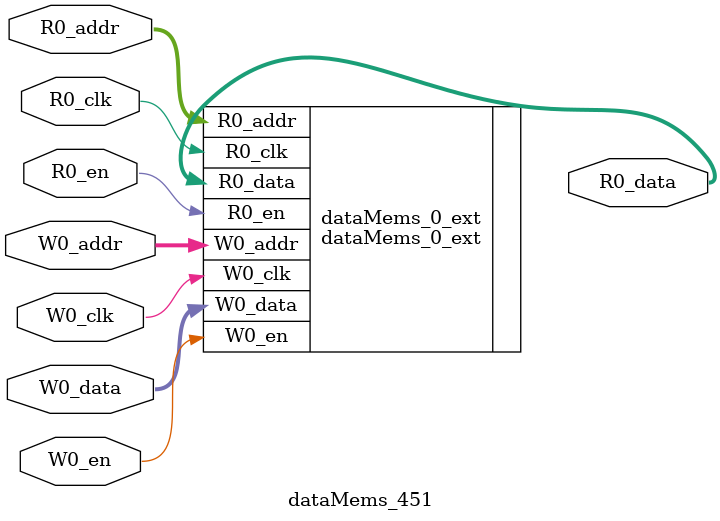
<source format=sv>
`ifndef RANDOMIZE
  `ifdef RANDOMIZE_REG_INIT
    `define RANDOMIZE
  `endif // RANDOMIZE_REG_INIT
`endif // not def RANDOMIZE
`ifndef RANDOMIZE
  `ifdef RANDOMIZE_MEM_INIT
    `define RANDOMIZE
  `endif // RANDOMIZE_MEM_INIT
`endif // not def RANDOMIZE

`ifndef RANDOM
  `define RANDOM $random
`endif // not def RANDOM

// Users can define 'PRINTF_COND' to add an extra gate to prints.
`ifndef PRINTF_COND_
  `ifdef PRINTF_COND
    `define PRINTF_COND_ (`PRINTF_COND)
  `else  // PRINTF_COND
    `define PRINTF_COND_ 1
  `endif // PRINTF_COND
`endif // not def PRINTF_COND_

// Users can define 'ASSERT_VERBOSE_COND' to add an extra gate to assert error printing.
`ifndef ASSERT_VERBOSE_COND_
  `ifdef ASSERT_VERBOSE_COND
    `define ASSERT_VERBOSE_COND_ (`ASSERT_VERBOSE_COND)
  `else  // ASSERT_VERBOSE_COND
    `define ASSERT_VERBOSE_COND_ 1
  `endif // ASSERT_VERBOSE_COND
`endif // not def ASSERT_VERBOSE_COND_

// Users can define 'STOP_COND' to add an extra gate to stop conditions.
`ifndef STOP_COND_
  `ifdef STOP_COND
    `define STOP_COND_ (`STOP_COND)
  `else  // STOP_COND
    `define STOP_COND_ 1
  `endif // STOP_COND
`endif // not def STOP_COND_

// Users can define INIT_RANDOM as general code that gets injected into the
// initializer block for modules with registers.
`ifndef INIT_RANDOM
  `define INIT_RANDOM
`endif // not def INIT_RANDOM

// If using random initialization, you can also define RANDOMIZE_DELAY to
// customize the delay used, otherwise 0.002 is used.
`ifndef RANDOMIZE_DELAY
  `define RANDOMIZE_DELAY 0.002
`endif // not def RANDOMIZE_DELAY

// Define INIT_RANDOM_PROLOG_ for use in our modules below.
`ifndef INIT_RANDOM_PROLOG_
  `ifdef RANDOMIZE
    `ifdef VERILATOR
      `define INIT_RANDOM_PROLOG_ `INIT_RANDOM
    `else  // VERILATOR
      `define INIT_RANDOM_PROLOG_ `INIT_RANDOM #`RANDOMIZE_DELAY begin end
    `endif // VERILATOR
  `else  // RANDOMIZE
    `define INIT_RANDOM_PROLOG_
  `endif // RANDOMIZE
`endif // not def INIT_RANDOM_PROLOG_

// Include register initializers in init blocks unless synthesis is set
`ifndef SYNTHESIS
  `ifndef ENABLE_INITIAL_REG_
    `define ENABLE_INITIAL_REG_
  `endif // not def ENABLE_INITIAL_REG_
`endif // not def SYNTHESIS

// Include rmemory initializers in init blocks unless synthesis is set
`ifndef SYNTHESIS
  `ifndef ENABLE_INITIAL_MEM_
    `define ENABLE_INITIAL_MEM_
  `endif // not def ENABLE_INITIAL_MEM_
`endif // not def SYNTHESIS

module dataMems_451(	// @[generators/ara/src/main/scala/UnsafeAXI4ToTL.scala:365:62]
  input  [4:0]  R0_addr,
  input         R0_en,
  input         R0_clk,
  output [66:0] R0_data,
  input  [4:0]  W0_addr,
  input         W0_en,
  input         W0_clk,
  input  [66:0] W0_data
);

  dataMems_0_ext dataMems_0_ext (	// @[generators/ara/src/main/scala/UnsafeAXI4ToTL.scala:365:62]
    .R0_addr (R0_addr),
    .R0_en   (R0_en),
    .R0_clk  (R0_clk),
    .R0_data (R0_data),
    .W0_addr (W0_addr),
    .W0_en   (W0_en),
    .W0_clk  (W0_clk),
    .W0_data (W0_data)
  );
endmodule


</source>
